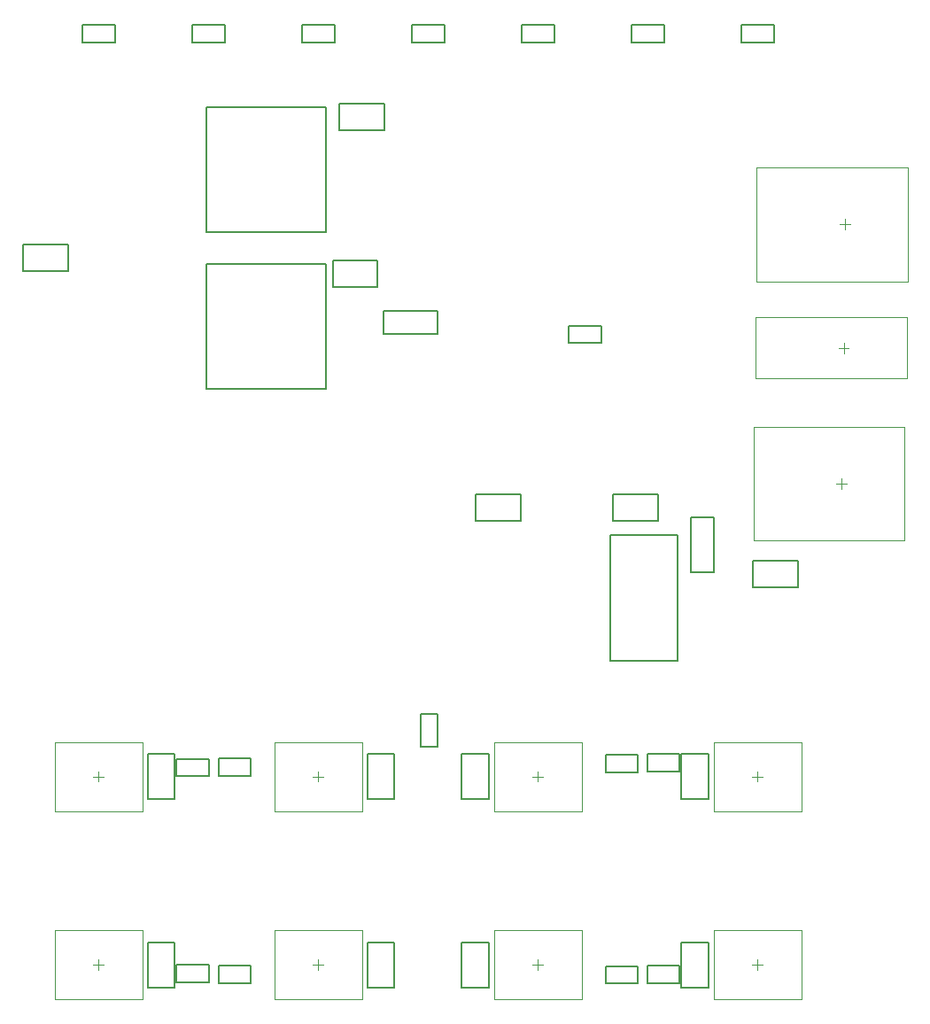
<source format=gbr>
%TF.GenerationSoftware,Altium Limited,Altium Designer,21.6.4 (81)*%
G04 Layer_Color=32896*
%FSLAX43Y43*%
%MOMM*%
%TF.SameCoordinates,6460C9BA-4ACB-47D4-91E6-0B69D92CFE26*%
%TF.FilePolarity,Positive*%
%TF.FileFunction,Other,Top_Courtyard*%
%TF.Part,Single*%
G01*
G75*
%TA.AperFunction,NonConductor*%
%ADD41C,0.200*%
%ADD48C,0.050*%
D41*
X46225Y64275D02*
Y66475D01*
Y64275D02*
X51425D01*
Y66475D01*
X46225D02*
X51425D01*
X75625Y41550D02*
X77825D01*
Y46750D01*
X75625D02*
X77825D01*
X75625Y41550D02*
Y46750D01*
X63950Y63425D02*
Y65075D01*
Y63425D02*
X67050D01*
Y65075D01*
X63950D02*
X67050D01*
X67875Y45065D02*
X74325D01*
X67875Y33015D02*
Y45065D01*
Y33015D02*
X74325D01*
Y45065D01*
X44722Y19847D02*
Y24153D01*
X47278D01*
Y19847D02*
Y24153D01*
X44722Y19847D02*
X47278D01*
X26278Y1847D02*
Y6153D01*
X23722Y1847D02*
X26278D01*
X23722D02*
Y6153D01*
X26278D01*
X23722Y19847D02*
Y24153D01*
X26278D01*
Y19847D02*
Y24153D01*
X23722Y19847D02*
X26278D01*
X30450Y22075D02*
X33550D01*
X30450D02*
Y23725D01*
X33550D01*
Y22075D02*
Y23725D01*
X26450Y23700D02*
X29550D01*
Y22050D02*
Y23700D01*
X26450Y22050D02*
X29550D01*
X26450D02*
Y23700D01*
X53722Y19847D02*
Y24153D01*
X56278D01*
Y19847D02*
Y24153D01*
X53722Y19847D02*
X56278D01*
X26450Y3975D02*
X29550D01*
Y2325D02*
Y3975D01*
X26450Y2325D02*
X29550D01*
X26450D02*
Y3975D01*
X30450Y2275D02*
X33550D01*
X30450D02*
Y3925D01*
X33550D01*
Y2275D02*
Y3925D01*
X47278Y1847D02*
Y6153D01*
X44722Y1847D02*
X47278D01*
X44722D02*
Y6153D01*
X47278D01*
X56278Y1847D02*
Y6153D01*
X53722Y1847D02*
X56278D01*
X53722D02*
Y6153D01*
X56278D01*
X74722Y19847D02*
Y24153D01*
X77278D01*
Y19847D02*
Y24153D01*
X74722Y19847D02*
X77278D01*
X71450Y22475D02*
X74550D01*
X71450D02*
Y24125D01*
X74550D01*
Y22475D02*
Y24125D01*
X67450Y24075D02*
X70550D01*
Y22425D02*
Y24075D01*
X67450Y22425D02*
X70550D01*
X67450D02*
Y24075D01*
X77278Y1847D02*
Y6153D01*
X74722Y1847D02*
X77278D01*
X74722D02*
Y6153D01*
X77278D01*
X71450Y2275D02*
X74550D01*
X71450D02*
Y3925D01*
X74550D01*
Y2275D02*
Y3925D01*
X67450Y3875D02*
X70550D01*
Y2225D02*
Y3875D01*
X67450Y2225D02*
X70550D01*
X67450D02*
Y3875D01*
X59377Y46447D02*
Y49003D01*
X55071D02*
X59377D01*
X55071Y46447D02*
Y49003D01*
Y46447D02*
X59377D01*
X68197D02*
Y49003D01*
Y46447D02*
X72503D01*
Y49003D01*
X68197D02*
X72503D01*
X49775Y24850D02*
Y27950D01*
X51425D01*
Y24850D02*
Y27950D01*
X49775Y24850D02*
X51425D01*
X81571Y40047D02*
X85877D01*
X81571D02*
Y42603D01*
X85877D01*
Y40047D02*
Y42603D01*
X11797Y72878D02*
X16103D01*
Y70322D02*
Y72878D01*
X11797Y70322D02*
X16103D01*
X11797D02*
Y72878D01*
X41997Y83772D02*
X46303D01*
X41997D02*
Y86328D01*
X46303D01*
Y83772D02*
Y86328D01*
X41372Y68747D02*
X45678D01*
X41372D02*
Y71303D01*
X45678D01*
Y68747D02*
Y71303D01*
X29275Y85950D02*
X40725D01*
Y74050D02*
Y85950D01*
X29275Y74050D02*
X40725D01*
X29275D02*
Y85950D01*
X38450Y93825D02*
X41550D01*
Y92175D02*
Y93825D01*
X38450Y92175D02*
X41550D01*
X38450D02*
Y93825D01*
X80450D02*
X83550D01*
Y92175D02*
Y93825D01*
X80450Y92175D02*
X83550D01*
X80450D02*
Y93825D01*
X69950D02*
X73050D01*
Y92175D02*
Y93825D01*
X69950Y92175D02*
X73050D01*
X69950D02*
Y93825D01*
X59450D02*
X62550D01*
Y92175D02*
Y93825D01*
X59450Y92175D02*
X62550D01*
X59450D02*
Y93825D01*
X17450D02*
X20550D01*
Y92175D02*
Y93825D01*
X17450Y92175D02*
X20550D01*
X17450D02*
Y93825D01*
X27950D02*
X31050D01*
Y92175D02*
Y93825D01*
X27950Y92175D02*
X31050D01*
X27950D02*
Y93825D01*
X48950D02*
X52050D01*
Y92175D02*
Y93825D01*
X48950Y92175D02*
X52050D01*
X48950D02*
Y93825D01*
X29275Y70950D02*
X40725D01*
Y59050D02*
Y70950D01*
X29275Y59050D02*
X40725D01*
X29275D02*
Y70950D01*
D48*
X89725Y62975D02*
X90725D01*
X90225Y62475D02*
Y63475D01*
X81825Y60065D02*
Y65885D01*
X96250D01*
Y60065D02*
Y65885D01*
X81825Y60065D02*
X96250D01*
X89500Y50000D02*
X90500D01*
X90000Y49500D02*
Y50500D01*
X81600Y44550D02*
Y55450D01*
X96025D01*
Y44550D02*
Y55450D01*
X81600Y44550D02*
X96025D01*
X89825Y74775D02*
X90825D01*
X90325Y74275D02*
Y75275D01*
X81925Y69325D02*
Y80225D01*
X96350D01*
Y69325D02*
Y80225D01*
X81925Y69325D02*
X96350D01*
X14800Y7300D02*
X23200D01*
Y700D02*
Y7300D01*
X14800Y700D02*
X23200D01*
X14800D02*
Y7300D01*
X18500Y4000D02*
X19500D01*
X19000Y3500D02*
Y4500D01*
X82000Y3500D02*
Y4500D01*
X81500Y4000D02*
X82500D01*
X77800Y700D02*
Y7300D01*
Y700D02*
X86200D01*
Y7300D01*
X77800D02*
X86200D01*
X40000Y3500D02*
Y4500D01*
X39500Y4000D02*
X40500D01*
X35800Y700D02*
Y7300D01*
Y700D02*
X44200D01*
Y7300D01*
X35800D02*
X44200D01*
X61000Y3500D02*
Y4500D01*
X60500Y4000D02*
X61500D01*
X56800Y700D02*
Y7300D01*
Y700D02*
X65200D01*
Y7300D01*
X56800D02*
X65200D01*
X82000Y21500D02*
Y22500D01*
X81500Y22000D02*
X82500D01*
X86200Y18700D02*
Y25300D01*
X77800D02*
X86200D01*
X77800Y18700D02*
Y25300D01*
Y18700D02*
X86200D01*
X61000Y21500D02*
Y22500D01*
X60500Y22000D02*
X61500D01*
X65200Y18700D02*
Y25300D01*
X56800D02*
X65200D01*
X56800Y18700D02*
Y25300D01*
Y18700D02*
X65200D01*
X40000Y21500D02*
Y22500D01*
X39500Y22000D02*
X40500D01*
X44200Y18700D02*
Y25300D01*
X35800D02*
X44200D01*
X35800Y18700D02*
Y25300D01*
Y18700D02*
X44200D01*
X19000Y21500D02*
Y22500D01*
X18500Y22000D02*
X19500D01*
X23200Y18700D02*
Y25300D01*
X14800D02*
X23200D01*
X14800Y18700D02*
Y25300D01*
Y18700D02*
X23200D01*
%TF.MD5,f4749fc86ecf1d79a3e47af4c9a777af*%
M02*

</source>
